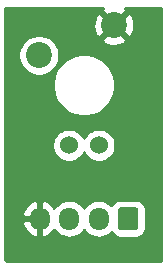
<source format=gbr>
G04 #@! TF.GenerationSoftware,KiCad,Pcbnew,(5.1.5)-3*
G04 #@! TF.CreationDate,2020-12-03T22:55:38+01:00*
G04 #@! TF.ProjectId,Switch board,53776974-6368-4206-926f-6172642e6b69,rev?*
G04 #@! TF.SameCoordinates,Original*
G04 #@! TF.FileFunction,Copper,L2,Bot*
G04 #@! TF.FilePolarity,Positive*
%FSLAX46Y46*%
G04 Gerber Fmt 4.6, Leading zero omitted, Abs format (unit mm)*
G04 Created by KiCad (PCBNEW (5.1.5)-3) date 2020-12-03 22:55:38*
%MOMM*%
%LPD*%
G04 APERTURE LIST*
%ADD10C,2.200000*%
%ADD11C,1.524000*%
%ADD12C,0.100000*%
%ADD13O,1.700000X1.950000*%
%ADD14C,0.254000*%
G04 APERTURE END LIST*
D10*
X35840001Y-27620001D03*
X29490001Y-30160001D03*
D11*
X34570001Y-37780001D03*
X32030001Y-37780001D03*
G04 #@! TA.AperFunction,ComponentPad*
D12*
G36*
X37674505Y-43026204D02*
G01*
X37698774Y-43029804D01*
X37722572Y-43035765D01*
X37745672Y-43044030D01*
X37767850Y-43054520D01*
X37788894Y-43067133D01*
X37808599Y-43081747D01*
X37826778Y-43098223D01*
X37843254Y-43116402D01*
X37857868Y-43136107D01*
X37870481Y-43157151D01*
X37880971Y-43179329D01*
X37889236Y-43202429D01*
X37895197Y-43226227D01*
X37898797Y-43250496D01*
X37900001Y-43275000D01*
X37900001Y-44725000D01*
X37898797Y-44749504D01*
X37895197Y-44773773D01*
X37889236Y-44797571D01*
X37880971Y-44820671D01*
X37870481Y-44842849D01*
X37857868Y-44863893D01*
X37843254Y-44883598D01*
X37826778Y-44901777D01*
X37808599Y-44918253D01*
X37788894Y-44932867D01*
X37767850Y-44945480D01*
X37745672Y-44955970D01*
X37722572Y-44964235D01*
X37698774Y-44970196D01*
X37674505Y-44973796D01*
X37650001Y-44975000D01*
X36450001Y-44975000D01*
X36425497Y-44973796D01*
X36401228Y-44970196D01*
X36377430Y-44964235D01*
X36354330Y-44955970D01*
X36332152Y-44945480D01*
X36311108Y-44932867D01*
X36291403Y-44918253D01*
X36273224Y-44901777D01*
X36256748Y-44883598D01*
X36242134Y-44863893D01*
X36229521Y-44842849D01*
X36219031Y-44820671D01*
X36210766Y-44797571D01*
X36204805Y-44773773D01*
X36201205Y-44749504D01*
X36200001Y-44725000D01*
X36200001Y-43275000D01*
X36201205Y-43250496D01*
X36204805Y-43226227D01*
X36210766Y-43202429D01*
X36219031Y-43179329D01*
X36229521Y-43157151D01*
X36242134Y-43136107D01*
X36256748Y-43116402D01*
X36273224Y-43098223D01*
X36291403Y-43081747D01*
X36311108Y-43067133D01*
X36332152Y-43054520D01*
X36354330Y-43044030D01*
X36377430Y-43035765D01*
X36401228Y-43029804D01*
X36425497Y-43026204D01*
X36450001Y-43025000D01*
X37650001Y-43025000D01*
X37674505Y-43026204D01*
G37*
G04 #@! TD.AperFunction*
D13*
X34550001Y-44000000D03*
X32050001Y-44000000D03*
X29550001Y-44000000D03*
D14*
G36*
X34812894Y-26413289D02*
G01*
X35840001Y-27440396D01*
X36867108Y-26413289D01*
X36767653Y-26160000D01*
X39840001Y-26160000D01*
X39840000Y-47590000D01*
X26782281Y-47590000D01*
X26733132Y-47585181D01*
X26716909Y-47580283D01*
X26701945Y-47572326D01*
X26688812Y-47561615D01*
X26678011Y-47548559D01*
X26669951Y-47533652D01*
X26664938Y-47517459D01*
X26660000Y-47470475D01*
X26660000Y-44359267D01*
X28083681Y-44359267D01*
X28157559Y-44640830D01*
X28284948Y-44902570D01*
X28460952Y-45134429D01*
X28678808Y-45327496D01*
X28930143Y-45474352D01*
X29193111Y-45566476D01*
X29423001Y-45445155D01*
X29423001Y-44127000D01*
X28223836Y-44127000D01*
X28083681Y-44359267D01*
X26660000Y-44359267D01*
X26660000Y-43640733D01*
X28083681Y-43640733D01*
X28223836Y-43873000D01*
X29423001Y-43873000D01*
X29423001Y-42554845D01*
X29677001Y-42554845D01*
X29677001Y-43873000D01*
X29697001Y-43873000D01*
X29697001Y-44127000D01*
X29677001Y-44127000D01*
X29677001Y-45445155D01*
X29906891Y-45566476D01*
X30169859Y-45474352D01*
X30421194Y-45327496D01*
X30639050Y-45134429D01*
X30795539Y-44928278D01*
X30809295Y-44954013D01*
X30994867Y-45180134D01*
X31220987Y-45365706D01*
X31478967Y-45503599D01*
X31758890Y-45588513D01*
X32050001Y-45617185D01*
X32341111Y-45588513D01*
X32621034Y-45503599D01*
X32879014Y-45365706D01*
X33105135Y-45180134D01*
X33290707Y-44954014D01*
X33300001Y-44936626D01*
X33309295Y-44954013D01*
X33494867Y-45180134D01*
X33720987Y-45365706D01*
X33978967Y-45503599D01*
X34258890Y-45588513D01*
X34550001Y-45617185D01*
X34841111Y-45588513D01*
X35121034Y-45503599D01*
X35379014Y-45365706D01*
X35605135Y-45180134D01*
X35657224Y-45116663D01*
X35711596Y-45218386D01*
X35822039Y-45352962D01*
X35956615Y-45463405D01*
X36110151Y-45545472D01*
X36276747Y-45596008D01*
X36450001Y-45613072D01*
X37650001Y-45613072D01*
X37823255Y-45596008D01*
X37989851Y-45545472D01*
X38143387Y-45463405D01*
X38277963Y-45352962D01*
X38388406Y-45218386D01*
X38470473Y-45064850D01*
X38521009Y-44898254D01*
X38538073Y-44725000D01*
X38538073Y-43275000D01*
X38521009Y-43101746D01*
X38470473Y-42935150D01*
X38388406Y-42781614D01*
X38277963Y-42647038D01*
X38143387Y-42536595D01*
X37989851Y-42454528D01*
X37823255Y-42403992D01*
X37650001Y-42386928D01*
X36450001Y-42386928D01*
X36276747Y-42403992D01*
X36110151Y-42454528D01*
X35956615Y-42536595D01*
X35822039Y-42647038D01*
X35711596Y-42781614D01*
X35657224Y-42883337D01*
X35605135Y-42819866D01*
X35379015Y-42634294D01*
X35121035Y-42496401D01*
X34841112Y-42411487D01*
X34550001Y-42382815D01*
X34258891Y-42411487D01*
X33978968Y-42496401D01*
X33720988Y-42634294D01*
X33494867Y-42819866D01*
X33309295Y-43045986D01*
X33300001Y-43063374D01*
X33290707Y-43045986D01*
X33105135Y-42819866D01*
X32879015Y-42634294D01*
X32621035Y-42496401D01*
X32341112Y-42411487D01*
X32050001Y-42382815D01*
X31758891Y-42411487D01*
X31478968Y-42496401D01*
X31220988Y-42634294D01*
X30994867Y-42819866D01*
X30809295Y-43045986D01*
X30795539Y-43071722D01*
X30639050Y-42865571D01*
X30421194Y-42672504D01*
X30169859Y-42525648D01*
X29906891Y-42433524D01*
X29677001Y-42554845D01*
X29423001Y-42554845D01*
X29193111Y-42433524D01*
X28930143Y-42525648D01*
X28678808Y-42672504D01*
X28460952Y-42865571D01*
X28284948Y-43097430D01*
X28157559Y-43359170D01*
X28083681Y-43640733D01*
X26660000Y-43640733D01*
X26660000Y-37642409D01*
X30633001Y-37642409D01*
X30633001Y-37917593D01*
X30686687Y-38187491D01*
X30791996Y-38441728D01*
X30944881Y-38670536D01*
X31139466Y-38865121D01*
X31368274Y-39018006D01*
X31622511Y-39123315D01*
X31892409Y-39177001D01*
X32167593Y-39177001D01*
X32437491Y-39123315D01*
X32691728Y-39018006D01*
X32920536Y-38865121D01*
X33115121Y-38670536D01*
X33268006Y-38441728D01*
X33300001Y-38364486D01*
X33331996Y-38441728D01*
X33484881Y-38670536D01*
X33679466Y-38865121D01*
X33908274Y-39018006D01*
X34162511Y-39123315D01*
X34432409Y-39177001D01*
X34707593Y-39177001D01*
X34977491Y-39123315D01*
X35231728Y-39018006D01*
X35460536Y-38865121D01*
X35655121Y-38670536D01*
X35808006Y-38441728D01*
X35913315Y-38187491D01*
X35967001Y-37917593D01*
X35967001Y-37642409D01*
X35913315Y-37372511D01*
X35808006Y-37118274D01*
X35655121Y-36889466D01*
X35460536Y-36694881D01*
X35231728Y-36541996D01*
X34977491Y-36436687D01*
X34707593Y-36383001D01*
X34432409Y-36383001D01*
X34162511Y-36436687D01*
X33908274Y-36541996D01*
X33679466Y-36694881D01*
X33484881Y-36889466D01*
X33331996Y-37118274D01*
X33300001Y-37195516D01*
X33268006Y-37118274D01*
X33115121Y-36889466D01*
X32920536Y-36694881D01*
X32691728Y-36541996D01*
X32437491Y-36436687D01*
X32167593Y-36383001D01*
X31892409Y-36383001D01*
X31622511Y-36436687D01*
X31368274Y-36541996D01*
X31139466Y-36694881D01*
X30944881Y-36889466D01*
X30791996Y-37118274D01*
X30686687Y-37372511D01*
X30633001Y-37642409D01*
X26660000Y-37642409D01*
X26660000Y-32440476D01*
X30665001Y-32440476D01*
X30665001Y-32959526D01*
X30766262Y-33468602D01*
X30964894Y-33948142D01*
X31253263Y-34379716D01*
X31620286Y-34746739D01*
X32051860Y-35035108D01*
X32531400Y-35233740D01*
X33040476Y-35335001D01*
X33559526Y-35335001D01*
X34068602Y-35233740D01*
X34548142Y-35035108D01*
X34979716Y-34746739D01*
X35346739Y-34379716D01*
X35635108Y-33948142D01*
X35833740Y-33468602D01*
X35935001Y-32959526D01*
X35935001Y-32440476D01*
X35833740Y-31931400D01*
X35635108Y-31451860D01*
X35346739Y-31020286D01*
X34979716Y-30653263D01*
X34548142Y-30364894D01*
X34068602Y-30166262D01*
X33559526Y-30065001D01*
X33040476Y-30065001D01*
X32531400Y-30166262D01*
X32051860Y-30364894D01*
X31620286Y-30653263D01*
X31253263Y-31020286D01*
X30964894Y-31451860D01*
X30766262Y-31931400D01*
X30665001Y-32440476D01*
X26660000Y-32440476D01*
X26660000Y-29989118D01*
X27755001Y-29989118D01*
X27755001Y-30330884D01*
X27821676Y-30666082D01*
X27952464Y-30981832D01*
X28142338Y-31265999D01*
X28384003Y-31507664D01*
X28668170Y-31697538D01*
X28983920Y-31828326D01*
X29319118Y-31895001D01*
X29660884Y-31895001D01*
X29996082Y-31828326D01*
X30311832Y-31697538D01*
X30595999Y-31507664D01*
X30837664Y-31265999D01*
X31027538Y-30981832D01*
X31158326Y-30666082D01*
X31225001Y-30330884D01*
X31225001Y-29989118D01*
X31158326Y-29653920D01*
X31027538Y-29338170D01*
X30837664Y-29054003D01*
X30610374Y-28826713D01*
X34812894Y-28826713D01*
X34920727Y-29101339D01*
X35227385Y-29252217D01*
X35557586Y-29340370D01*
X35898640Y-29362410D01*
X36237440Y-29317490D01*
X36560967Y-29207337D01*
X36759275Y-29101339D01*
X36867108Y-28826713D01*
X35840001Y-27799606D01*
X34812894Y-28826713D01*
X30610374Y-28826713D01*
X30595999Y-28812338D01*
X30311832Y-28622464D01*
X29996082Y-28491676D01*
X29660884Y-28425001D01*
X29319118Y-28425001D01*
X28983920Y-28491676D01*
X28668170Y-28622464D01*
X28384003Y-28812338D01*
X28142338Y-29054003D01*
X27952464Y-29338170D01*
X27821676Y-29653920D01*
X27755001Y-29989118D01*
X26660000Y-29989118D01*
X26660000Y-27678640D01*
X34097592Y-27678640D01*
X34142512Y-28017440D01*
X34252665Y-28340967D01*
X34358663Y-28539275D01*
X34633289Y-28647108D01*
X35660396Y-27620001D01*
X36019606Y-27620001D01*
X37046713Y-28647108D01*
X37321339Y-28539275D01*
X37472217Y-28232617D01*
X37560370Y-27902416D01*
X37582410Y-27561362D01*
X37537490Y-27222562D01*
X37427337Y-26899035D01*
X37321339Y-26700727D01*
X37046713Y-26592894D01*
X36019606Y-27620001D01*
X35660396Y-27620001D01*
X34633289Y-26592894D01*
X34358663Y-26700727D01*
X34207785Y-27007385D01*
X34119632Y-27337586D01*
X34097592Y-27678640D01*
X26660000Y-27678640D01*
X26660000Y-26160000D01*
X34912349Y-26160000D01*
X34812894Y-26413289D01*
G37*
X34812894Y-26413289D02*
X35840001Y-27440396D01*
X36867108Y-26413289D01*
X36767653Y-26160000D01*
X39840001Y-26160000D01*
X39840000Y-47590000D01*
X26782281Y-47590000D01*
X26733132Y-47585181D01*
X26716909Y-47580283D01*
X26701945Y-47572326D01*
X26688812Y-47561615D01*
X26678011Y-47548559D01*
X26669951Y-47533652D01*
X26664938Y-47517459D01*
X26660000Y-47470475D01*
X26660000Y-44359267D01*
X28083681Y-44359267D01*
X28157559Y-44640830D01*
X28284948Y-44902570D01*
X28460952Y-45134429D01*
X28678808Y-45327496D01*
X28930143Y-45474352D01*
X29193111Y-45566476D01*
X29423001Y-45445155D01*
X29423001Y-44127000D01*
X28223836Y-44127000D01*
X28083681Y-44359267D01*
X26660000Y-44359267D01*
X26660000Y-43640733D01*
X28083681Y-43640733D01*
X28223836Y-43873000D01*
X29423001Y-43873000D01*
X29423001Y-42554845D01*
X29677001Y-42554845D01*
X29677001Y-43873000D01*
X29697001Y-43873000D01*
X29697001Y-44127000D01*
X29677001Y-44127000D01*
X29677001Y-45445155D01*
X29906891Y-45566476D01*
X30169859Y-45474352D01*
X30421194Y-45327496D01*
X30639050Y-45134429D01*
X30795539Y-44928278D01*
X30809295Y-44954013D01*
X30994867Y-45180134D01*
X31220987Y-45365706D01*
X31478967Y-45503599D01*
X31758890Y-45588513D01*
X32050001Y-45617185D01*
X32341111Y-45588513D01*
X32621034Y-45503599D01*
X32879014Y-45365706D01*
X33105135Y-45180134D01*
X33290707Y-44954014D01*
X33300001Y-44936626D01*
X33309295Y-44954013D01*
X33494867Y-45180134D01*
X33720987Y-45365706D01*
X33978967Y-45503599D01*
X34258890Y-45588513D01*
X34550001Y-45617185D01*
X34841111Y-45588513D01*
X35121034Y-45503599D01*
X35379014Y-45365706D01*
X35605135Y-45180134D01*
X35657224Y-45116663D01*
X35711596Y-45218386D01*
X35822039Y-45352962D01*
X35956615Y-45463405D01*
X36110151Y-45545472D01*
X36276747Y-45596008D01*
X36450001Y-45613072D01*
X37650001Y-45613072D01*
X37823255Y-45596008D01*
X37989851Y-45545472D01*
X38143387Y-45463405D01*
X38277963Y-45352962D01*
X38388406Y-45218386D01*
X38470473Y-45064850D01*
X38521009Y-44898254D01*
X38538073Y-44725000D01*
X38538073Y-43275000D01*
X38521009Y-43101746D01*
X38470473Y-42935150D01*
X38388406Y-42781614D01*
X38277963Y-42647038D01*
X38143387Y-42536595D01*
X37989851Y-42454528D01*
X37823255Y-42403992D01*
X37650001Y-42386928D01*
X36450001Y-42386928D01*
X36276747Y-42403992D01*
X36110151Y-42454528D01*
X35956615Y-42536595D01*
X35822039Y-42647038D01*
X35711596Y-42781614D01*
X35657224Y-42883337D01*
X35605135Y-42819866D01*
X35379015Y-42634294D01*
X35121035Y-42496401D01*
X34841112Y-42411487D01*
X34550001Y-42382815D01*
X34258891Y-42411487D01*
X33978968Y-42496401D01*
X33720988Y-42634294D01*
X33494867Y-42819866D01*
X33309295Y-43045986D01*
X33300001Y-43063374D01*
X33290707Y-43045986D01*
X33105135Y-42819866D01*
X32879015Y-42634294D01*
X32621035Y-42496401D01*
X32341112Y-42411487D01*
X32050001Y-42382815D01*
X31758891Y-42411487D01*
X31478968Y-42496401D01*
X31220988Y-42634294D01*
X30994867Y-42819866D01*
X30809295Y-43045986D01*
X30795539Y-43071722D01*
X30639050Y-42865571D01*
X30421194Y-42672504D01*
X30169859Y-42525648D01*
X29906891Y-42433524D01*
X29677001Y-42554845D01*
X29423001Y-42554845D01*
X29193111Y-42433524D01*
X28930143Y-42525648D01*
X28678808Y-42672504D01*
X28460952Y-42865571D01*
X28284948Y-43097430D01*
X28157559Y-43359170D01*
X28083681Y-43640733D01*
X26660000Y-43640733D01*
X26660000Y-37642409D01*
X30633001Y-37642409D01*
X30633001Y-37917593D01*
X30686687Y-38187491D01*
X30791996Y-38441728D01*
X30944881Y-38670536D01*
X31139466Y-38865121D01*
X31368274Y-39018006D01*
X31622511Y-39123315D01*
X31892409Y-39177001D01*
X32167593Y-39177001D01*
X32437491Y-39123315D01*
X32691728Y-39018006D01*
X32920536Y-38865121D01*
X33115121Y-38670536D01*
X33268006Y-38441728D01*
X33300001Y-38364486D01*
X33331996Y-38441728D01*
X33484881Y-38670536D01*
X33679466Y-38865121D01*
X33908274Y-39018006D01*
X34162511Y-39123315D01*
X34432409Y-39177001D01*
X34707593Y-39177001D01*
X34977491Y-39123315D01*
X35231728Y-39018006D01*
X35460536Y-38865121D01*
X35655121Y-38670536D01*
X35808006Y-38441728D01*
X35913315Y-38187491D01*
X35967001Y-37917593D01*
X35967001Y-37642409D01*
X35913315Y-37372511D01*
X35808006Y-37118274D01*
X35655121Y-36889466D01*
X35460536Y-36694881D01*
X35231728Y-36541996D01*
X34977491Y-36436687D01*
X34707593Y-36383001D01*
X34432409Y-36383001D01*
X34162511Y-36436687D01*
X33908274Y-36541996D01*
X33679466Y-36694881D01*
X33484881Y-36889466D01*
X33331996Y-37118274D01*
X33300001Y-37195516D01*
X33268006Y-37118274D01*
X33115121Y-36889466D01*
X32920536Y-36694881D01*
X32691728Y-36541996D01*
X32437491Y-36436687D01*
X32167593Y-36383001D01*
X31892409Y-36383001D01*
X31622511Y-36436687D01*
X31368274Y-36541996D01*
X31139466Y-36694881D01*
X30944881Y-36889466D01*
X30791996Y-37118274D01*
X30686687Y-37372511D01*
X30633001Y-37642409D01*
X26660000Y-37642409D01*
X26660000Y-32440476D01*
X30665001Y-32440476D01*
X30665001Y-32959526D01*
X30766262Y-33468602D01*
X30964894Y-33948142D01*
X31253263Y-34379716D01*
X31620286Y-34746739D01*
X32051860Y-35035108D01*
X32531400Y-35233740D01*
X33040476Y-35335001D01*
X33559526Y-35335001D01*
X34068602Y-35233740D01*
X34548142Y-35035108D01*
X34979716Y-34746739D01*
X35346739Y-34379716D01*
X35635108Y-33948142D01*
X35833740Y-33468602D01*
X35935001Y-32959526D01*
X35935001Y-32440476D01*
X35833740Y-31931400D01*
X35635108Y-31451860D01*
X35346739Y-31020286D01*
X34979716Y-30653263D01*
X34548142Y-30364894D01*
X34068602Y-30166262D01*
X33559526Y-30065001D01*
X33040476Y-30065001D01*
X32531400Y-30166262D01*
X32051860Y-30364894D01*
X31620286Y-30653263D01*
X31253263Y-31020286D01*
X30964894Y-31451860D01*
X30766262Y-31931400D01*
X30665001Y-32440476D01*
X26660000Y-32440476D01*
X26660000Y-29989118D01*
X27755001Y-29989118D01*
X27755001Y-30330884D01*
X27821676Y-30666082D01*
X27952464Y-30981832D01*
X28142338Y-31265999D01*
X28384003Y-31507664D01*
X28668170Y-31697538D01*
X28983920Y-31828326D01*
X29319118Y-31895001D01*
X29660884Y-31895001D01*
X29996082Y-31828326D01*
X30311832Y-31697538D01*
X30595999Y-31507664D01*
X30837664Y-31265999D01*
X31027538Y-30981832D01*
X31158326Y-30666082D01*
X31225001Y-30330884D01*
X31225001Y-29989118D01*
X31158326Y-29653920D01*
X31027538Y-29338170D01*
X30837664Y-29054003D01*
X30610374Y-28826713D01*
X34812894Y-28826713D01*
X34920727Y-29101339D01*
X35227385Y-29252217D01*
X35557586Y-29340370D01*
X35898640Y-29362410D01*
X36237440Y-29317490D01*
X36560967Y-29207337D01*
X36759275Y-29101339D01*
X36867108Y-28826713D01*
X35840001Y-27799606D01*
X34812894Y-28826713D01*
X30610374Y-28826713D01*
X30595999Y-28812338D01*
X30311832Y-28622464D01*
X29996082Y-28491676D01*
X29660884Y-28425001D01*
X29319118Y-28425001D01*
X28983920Y-28491676D01*
X28668170Y-28622464D01*
X28384003Y-28812338D01*
X28142338Y-29054003D01*
X27952464Y-29338170D01*
X27821676Y-29653920D01*
X27755001Y-29989118D01*
X26660000Y-29989118D01*
X26660000Y-27678640D01*
X34097592Y-27678640D01*
X34142512Y-28017440D01*
X34252665Y-28340967D01*
X34358663Y-28539275D01*
X34633289Y-28647108D01*
X35660396Y-27620001D01*
X36019606Y-27620001D01*
X37046713Y-28647108D01*
X37321339Y-28539275D01*
X37472217Y-28232617D01*
X37560370Y-27902416D01*
X37582410Y-27561362D01*
X37537490Y-27222562D01*
X37427337Y-26899035D01*
X37321339Y-26700727D01*
X37046713Y-26592894D01*
X36019606Y-27620001D01*
X35660396Y-27620001D01*
X34633289Y-26592894D01*
X34358663Y-26700727D01*
X34207785Y-27007385D01*
X34119632Y-27337586D01*
X34097592Y-27678640D01*
X26660000Y-27678640D01*
X26660000Y-26160000D01*
X34912349Y-26160000D01*
X34812894Y-26413289D01*
M02*

</source>
